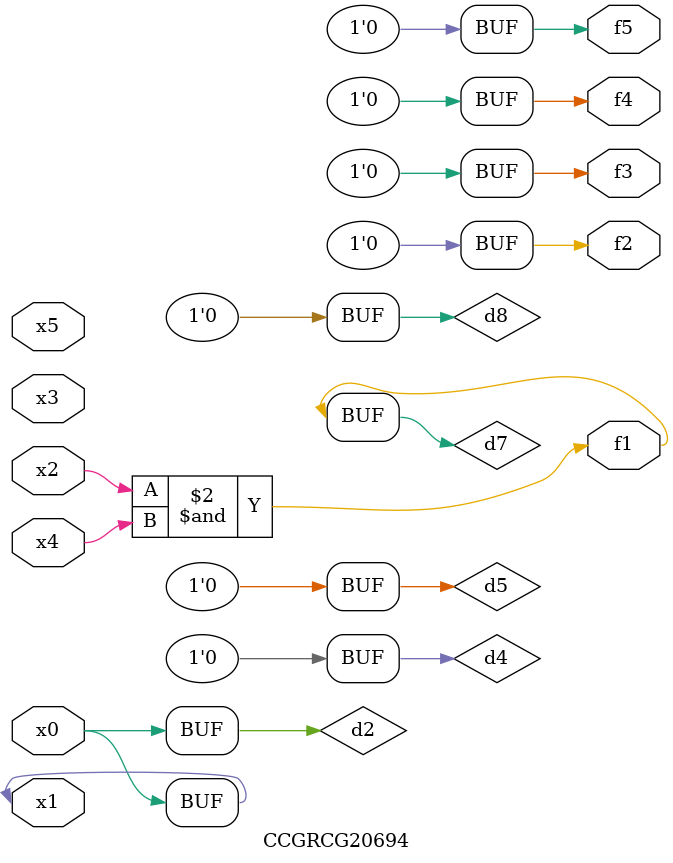
<source format=v>
module CCGRCG20694(
	input x0, x1, x2, x3, x4, x5,
	output f1, f2, f3, f4, f5
);

	wire d1, d2, d3, d4, d5, d6, d7, d8, d9;

	nand (d1, x1);
	buf (d2, x0, x1);
	nand (d3, x2, x4);
	and (d4, d1, d2);
	and (d5, d1, d2);
	nand (d6, d1, d3);
	not (d7, d3);
	xor (d8, d5);
	nor (d9, d5, d6);
	assign f1 = d7;
	assign f2 = d8;
	assign f3 = d8;
	assign f4 = d8;
	assign f5 = d8;
endmodule

</source>
